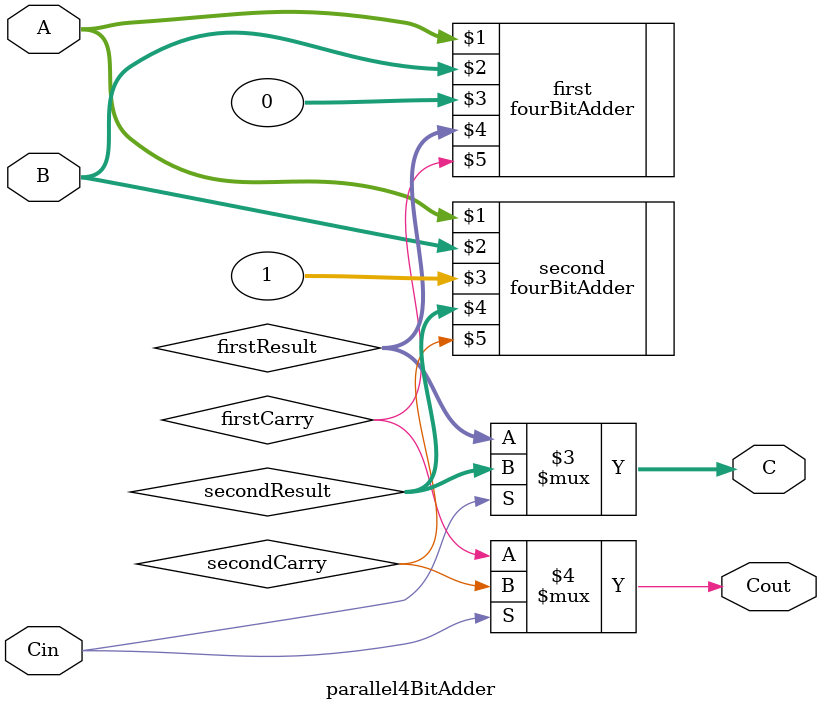
<source format=v>
module parallel4BitAdder(input [3:0]A, input [3:0]B, input Cin, output [3:0]C, output Cout);

wire firstCarry;
wire secondCarry;
wire [3:0] firstResult;
wire [3:0] secondResult;

fourBitAdder   first(A,B,0,firstResult,firstCarry);
fourBitAdder   second(A,B,1,secondResult,secondCarry);

assign C = (Cin)? secondResult:firstResult ;

assign Cout = (Cin)? secondCarry:firstCarry ;


endmodule 
</source>
